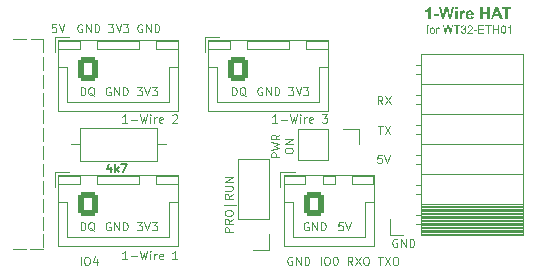
<source format=gbr>
G04 #@! TF.GenerationSoftware,KiCad,Pcbnew,9.0.0*
G04 #@! TF.CreationDate,2025-04-11T23:40:49+02:00*
G04 #@! TF.ProjectId,1-Wire HAT for WT32-ETH01,312d5769-7265-4204-9841-5420666f7220,rev?*
G04 #@! TF.SameCoordinates,Original*
G04 #@! TF.FileFunction,Legend,Top*
G04 #@! TF.FilePolarity,Positive*
%FSLAX46Y46*%
G04 Gerber Fmt 4.6, Leading zero omitted, Abs format (unit mm)*
G04 Created by KiCad (PCBNEW 9.0.0) date 2025-04-11 23:40:49*
%MOMM*%
%LPD*%
G01*
G04 APERTURE LIST*
G04 Aperture macros list*
%AMRoundRect*
0 Rectangle with rounded corners*
0 $1 Rounding radius*
0 $2 $3 $4 $5 $6 $7 $8 $9 X,Y pos of 4 corners*
0 Add a 4 corners polygon primitive as box body*
4,1,4,$2,$3,$4,$5,$6,$7,$8,$9,$2,$3,0*
0 Add four circle primitives for the rounded corners*
1,1,$1+$1,$2,$3*
1,1,$1+$1,$4,$5*
1,1,$1+$1,$6,$7*
1,1,$1+$1,$8,$9*
0 Add four rect primitives between the rounded corners*
20,1,$1+$1,$2,$3,$4,$5,0*
20,1,$1+$1,$4,$5,$6,$7,0*
20,1,$1+$1,$6,$7,$8,$9,0*
20,1,$1+$1,$8,$9,$2,$3,0*%
G04 Aperture macros list end*
%ADD10C,0.100000*%
%ADD11C,0.200000*%
%ADD12C,0.150000*%
%ADD13C,0.120000*%
%ADD14C,1.600000*%
%ADD15O,1.600000X1.600000*%
%ADD16RoundRect,0.250000X-0.600000X-0.750000X0.600000X-0.750000X0.600000X0.750000X-0.600000X0.750000X0*%
%ADD17O,1.700000X2.000000*%
%ADD18RoundRect,0.250000X-0.600000X-0.725000X0.600000X-0.725000X0.600000X0.725000X-0.600000X0.725000X0*%
%ADD19O,1.700000X1.950000*%
%ADD20R,1.700000X1.700000*%
%ADD21O,1.700000X1.700000*%
G04 APERTURE END LIST*
D10*
X102640000Y-121590000D02*
X101540000Y-121590000D01*
X101140000Y-121590000D02*
X100100000Y-121590000D01*
X102640000Y-103810000D02*
X102640000Y-104910000D01*
X102640000Y-105310000D02*
X102640000Y-106410000D01*
X102640000Y-106810000D02*
X102640000Y-107910000D01*
X102640000Y-108310000D02*
X102640000Y-109410000D01*
X102640000Y-109810000D02*
X102640000Y-110910000D01*
X102640000Y-111310000D02*
X102640000Y-112410000D01*
X102640000Y-112810000D02*
X102640000Y-113910000D01*
X102640000Y-114310000D02*
X102640000Y-115410000D01*
X102640000Y-115810000D02*
X102640000Y-116910000D01*
X102640000Y-117310000D02*
X102640000Y-118410000D01*
X102640000Y-118810000D02*
X102640000Y-119910000D01*
X102640000Y-120310000D02*
X102640000Y-121410000D01*
X100100000Y-103810000D02*
X101200000Y-103810000D01*
X101600000Y-103810000D02*
X102640000Y-103810000D01*
X105793455Y-108545133D02*
X105793455Y-107845133D01*
X105793455Y-107845133D02*
X105960122Y-107845133D01*
X105960122Y-107845133D02*
X106060122Y-107878466D01*
X106060122Y-107878466D02*
X106126789Y-107945133D01*
X106126789Y-107945133D02*
X106160122Y-108011800D01*
X106160122Y-108011800D02*
X106193455Y-108145133D01*
X106193455Y-108145133D02*
X106193455Y-108245133D01*
X106193455Y-108245133D02*
X106160122Y-108378466D01*
X106160122Y-108378466D02*
X106126789Y-108445133D01*
X106126789Y-108445133D02*
X106060122Y-108511800D01*
X106060122Y-108511800D02*
X105960122Y-108545133D01*
X105960122Y-108545133D02*
X105793455Y-108545133D01*
X106960122Y-108611800D02*
X106893455Y-108578466D01*
X106893455Y-108578466D02*
X106826789Y-108511800D01*
X106826789Y-108511800D02*
X106726789Y-108411800D01*
X106726789Y-108411800D02*
X106660122Y-108378466D01*
X106660122Y-108378466D02*
X106593455Y-108378466D01*
X106626789Y-108545133D02*
X106560122Y-108511800D01*
X106560122Y-108511800D02*
X106493455Y-108445133D01*
X106493455Y-108445133D02*
X106460122Y-108311800D01*
X106460122Y-108311800D02*
X106460122Y-108078466D01*
X106460122Y-108078466D02*
X106493455Y-107945133D01*
X106493455Y-107945133D02*
X106560122Y-107878466D01*
X106560122Y-107878466D02*
X106626789Y-107845133D01*
X106626789Y-107845133D02*
X106760122Y-107845133D01*
X106760122Y-107845133D02*
X106826789Y-107878466D01*
X106826789Y-107878466D02*
X106893455Y-107945133D01*
X106893455Y-107945133D02*
X106926789Y-108078466D01*
X106926789Y-108078466D02*
X106926789Y-108311800D01*
X106926789Y-108311800D02*
X106893455Y-108445133D01*
X106893455Y-108445133D02*
X106826789Y-108511800D01*
X106826789Y-108511800D02*
X106760122Y-108545133D01*
X106760122Y-108545133D02*
X106626789Y-108545133D01*
X108319122Y-107878466D02*
X108252455Y-107845133D01*
X108252455Y-107845133D02*
X108152455Y-107845133D01*
X108152455Y-107845133D02*
X108052455Y-107878466D01*
X108052455Y-107878466D02*
X107985789Y-107945133D01*
X107985789Y-107945133D02*
X107952455Y-108011800D01*
X107952455Y-108011800D02*
X107919122Y-108145133D01*
X107919122Y-108145133D02*
X107919122Y-108245133D01*
X107919122Y-108245133D02*
X107952455Y-108378466D01*
X107952455Y-108378466D02*
X107985789Y-108445133D01*
X107985789Y-108445133D02*
X108052455Y-108511800D01*
X108052455Y-108511800D02*
X108152455Y-108545133D01*
X108152455Y-108545133D02*
X108219122Y-108545133D01*
X108219122Y-108545133D02*
X108319122Y-108511800D01*
X108319122Y-108511800D02*
X108352455Y-108478466D01*
X108352455Y-108478466D02*
X108352455Y-108245133D01*
X108352455Y-108245133D02*
X108219122Y-108245133D01*
X108652455Y-108545133D02*
X108652455Y-107845133D01*
X108652455Y-107845133D02*
X109052455Y-108545133D01*
X109052455Y-108545133D02*
X109052455Y-107845133D01*
X109385788Y-108545133D02*
X109385788Y-107845133D01*
X109385788Y-107845133D02*
X109552455Y-107845133D01*
X109552455Y-107845133D02*
X109652455Y-107878466D01*
X109652455Y-107878466D02*
X109719122Y-107945133D01*
X109719122Y-107945133D02*
X109752455Y-108011800D01*
X109752455Y-108011800D02*
X109785788Y-108145133D01*
X109785788Y-108145133D02*
X109785788Y-108245133D01*
X109785788Y-108245133D02*
X109752455Y-108378466D01*
X109752455Y-108378466D02*
X109719122Y-108445133D01*
X109719122Y-108445133D02*
X109652455Y-108511800D01*
X109652455Y-108511800D02*
X109552455Y-108545133D01*
X109552455Y-108545133D02*
X109385788Y-108545133D01*
X123686122Y-122229466D02*
X123619455Y-122196133D01*
X123619455Y-122196133D02*
X123519455Y-122196133D01*
X123519455Y-122196133D02*
X123419455Y-122229466D01*
X123419455Y-122229466D02*
X123352789Y-122296133D01*
X123352789Y-122296133D02*
X123319455Y-122362800D01*
X123319455Y-122362800D02*
X123286122Y-122496133D01*
X123286122Y-122496133D02*
X123286122Y-122596133D01*
X123286122Y-122596133D02*
X123319455Y-122729466D01*
X123319455Y-122729466D02*
X123352789Y-122796133D01*
X123352789Y-122796133D02*
X123419455Y-122862800D01*
X123419455Y-122862800D02*
X123519455Y-122896133D01*
X123519455Y-122896133D02*
X123586122Y-122896133D01*
X123586122Y-122896133D02*
X123686122Y-122862800D01*
X123686122Y-122862800D02*
X123719455Y-122829466D01*
X123719455Y-122829466D02*
X123719455Y-122596133D01*
X123719455Y-122596133D02*
X123586122Y-122596133D01*
X124019455Y-122896133D02*
X124019455Y-122196133D01*
X124019455Y-122196133D02*
X124419455Y-122896133D01*
X124419455Y-122896133D02*
X124419455Y-122196133D01*
X124752788Y-122896133D02*
X124752788Y-122196133D01*
X124752788Y-122196133D02*
X124919455Y-122196133D01*
X124919455Y-122196133D02*
X125019455Y-122229466D01*
X125019455Y-122229466D02*
X125086122Y-122296133D01*
X125086122Y-122296133D02*
X125119455Y-122362800D01*
X125119455Y-122362800D02*
X125152788Y-122496133D01*
X125152788Y-122496133D02*
X125152788Y-122596133D01*
X125152788Y-122596133D02*
X125119455Y-122729466D01*
X125119455Y-122729466D02*
X125086122Y-122796133D01*
X125086122Y-122796133D02*
X125019455Y-122862800D01*
X125019455Y-122862800D02*
X124919455Y-122896133D01*
X124919455Y-122896133D02*
X124752788Y-122896133D01*
X105906122Y-102544466D02*
X105839455Y-102511133D01*
X105839455Y-102511133D02*
X105739455Y-102511133D01*
X105739455Y-102511133D02*
X105639455Y-102544466D01*
X105639455Y-102544466D02*
X105572789Y-102611133D01*
X105572789Y-102611133D02*
X105539455Y-102677800D01*
X105539455Y-102677800D02*
X105506122Y-102811133D01*
X105506122Y-102811133D02*
X105506122Y-102911133D01*
X105506122Y-102911133D02*
X105539455Y-103044466D01*
X105539455Y-103044466D02*
X105572789Y-103111133D01*
X105572789Y-103111133D02*
X105639455Y-103177800D01*
X105639455Y-103177800D02*
X105739455Y-103211133D01*
X105739455Y-103211133D02*
X105806122Y-103211133D01*
X105806122Y-103211133D02*
X105906122Y-103177800D01*
X105906122Y-103177800D02*
X105939455Y-103144466D01*
X105939455Y-103144466D02*
X105939455Y-102911133D01*
X105939455Y-102911133D02*
X105806122Y-102911133D01*
X106239455Y-103211133D02*
X106239455Y-102511133D01*
X106239455Y-102511133D02*
X106639455Y-103211133D01*
X106639455Y-103211133D02*
X106639455Y-102511133D01*
X106972788Y-103211133D02*
X106972788Y-102511133D01*
X106972788Y-102511133D02*
X107139455Y-102511133D01*
X107139455Y-102511133D02*
X107239455Y-102544466D01*
X107239455Y-102544466D02*
X107306122Y-102611133D01*
X107306122Y-102611133D02*
X107339455Y-102677800D01*
X107339455Y-102677800D02*
X107372788Y-102811133D01*
X107372788Y-102811133D02*
X107372788Y-102911133D01*
X107372788Y-102911133D02*
X107339455Y-103044466D01*
X107339455Y-103044466D02*
X107306122Y-103111133D01*
X107306122Y-103111133D02*
X107239455Y-103177800D01*
X107239455Y-103177800D02*
X107139455Y-103211133D01*
X107139455Y-103211133D02*
X106972788Y-103211133D01*
X131339455Y-109307133D02*
X131106122Y-108973800D01*
X130939455Y-109307133D02*
X130939455Y-108607133D01*
X130939455Y-108607133D02*
X131206122Y-108607133D01*
X131206122Y-108607133D02*
X131272789Y-108640466D01*
X131272789Y-108640466D02*
X131306122Y-108673800D01*
X131306122Y-108673800D02*
X131339455Y-108740466D01*
X131339455Y-108740466D02*
X131339455Y-108840466D01*
X131339455Y-108840466D02*
X131306122Y-108907133D01*
X131306122Y-108907133D02*
X131272789Y-108940466D01*
X131272789Y-108940466D02*
X131206122Y-108973800D01*
X131206122Y-108973800D02*
X130939455Y-108973800D01*
X131572789Y-108607133D02*
X132039455Y-109307133D01*
X132039455Y-108607133D02*
X131572789Y-109307133D01*
D11*
G36*
X135420070Y-102087000D02*
G01*
X135228095Y-102087000D01*
X135228095Y-101365628D01*
X135154150Y-101425851D01*
X135071827Y-101474728D01*
X134980128Y-101512540D01*
X134980128Y-101336685D01*
X135028534Y-101316883D01*
X135082652Y-101286411D01*
X135143404Y-101243263D01*
X135197193Y-101193516D01*
X135236976Y-101140185D01*
X135264304Y-101082673D01*
X135420070Y-101082673D01*
X135420070Y-102087000D01*
G37*
G36*
X135725740Y-101821263D02*
G01*
X135725740Y-101629777D01*
X136102790Y-101629777D01*
X136102790Y-101821263D01*
X135725740Y-101821263D01*
G37*
G36*
X136357047Y-102087000D02*
G01*
X136117933Y-101082673D01*
X136324929Y-101082673D01*
X136475932Y-101772537D01*
X136658992Y-101082673D01*
X136899449Y-101082673D01*
X137074998Y-101784199D01*
X137228688Y-101082673D01*
X137432265Y-101082673D01*
X137189060Y-102087000D01*
X136974554Y-102087000D01*
X136775129Y-101336136D01*
X136576316Y-102087000D01*
X136357047Y-102087000D01*
G37*
G36*
X137521780Y-101258528D02*
G01*
X137521780Y-101082673D01*
X137713693Y-101082673D01*
X137713693Y-101258528D01*
X137521780Y-101258528D01*
G37*
G36*
X137521780Y-102087000D02*
G01*
X137521780Y-101360133D01*
X137713693Y-101360133D01*
X137713693Y-102087000D01*
X137521780Y-102087000D01*
G37*
G36*
X138094346Y-102087000D02*
G01*
X137902371Y-102087000D01*
X137902371Y-101360133D01*
X138080668Y-101360133D01*
X138080668Y-101463264D01*
X138127771Y-101398009D01*
X138162978Y-101365384D01*
X138201758Y-101346867D01*
X138245960Y-101340593D01*
X138288728Y-101344531D01*
X138330653Y-101356417D01*
X138372355Y-101376741D01*
X138312943Y-101543926D01*
X138264254Y-101519738D01*
X138222757Y-101512540D01*
X138185023Y-101518309D01*
X138154430Y-101534950D01*
X138131007Y-101563543D01*
X138110405Y-101615855D01*
X138099539Y-101690211D01*
X138094346Y-101861075D01*
X138094346Y-102087000D01*
G37*
G36*
X138810718Y-101347825D02*
G01*
X138878351Y-101368426D01*
X138936548Y-101401712D01*
X138986870Y-101448304D01*
X139017948Y-101491714D01*
X139043091Y-101544549D01*
X139061882Y-101608504D01*
X139073422Y-101685633D01*
X139076385Y-101778277D01*
X138595471Y-101778277D01*
X138602132Y-101833333D01*
X138617902Y-101876639D01*
X138641938Y-101910717D01*
X138674053Y-101937063D01*
X138710455Y-101952677D01*
X138752580Y-101958039D01*
X138794801Y-101951800D01*
X138828418Y-101933981D01*
X138854335Y-101904351D01*
X138874885Y-101856434D01*
X139066127Y-101887697D01*
X139035797Y-101955081D01*
X138997006Y-102008703D01*
X138949623Y-102050607D01*
X138894080Y-102080893D01*
X138828486Y-102099836D01*
X138750504Y-102106539D01*
X138674619Y-102100911D01*
X138610445Y-102085039D01*
X138555982Y-102059886D01*
X138509666Y-102025633D01*
X138470480Y-101981670D01*
X138440028Y-101930307D01*
X138417663Y-101871917D01*
X138403649Y-101805313D01*
X138398734Y-101729062D01*
X138403685Y-101661040D01*
X138598891Y-101661040D01*
X138885815Y-101661040D01*
X138879444Y-101606331D01*
X138864735Y-101564595D01*
X138842767Y-101532935D01*
X138813167Y-101508385D01*
X138780332Y-101493990D01*
X138743055Y-101489093D01*
X138703202Y-101494336D01*
X138669061Y-101509587D01*
X138639191Y-101535377D01*
X138617203Y-101568423D01*
X138603509Y-101609563D01*
X138598891Y-101661040D01*
X138403685Y-101661040D01*
X138405358Y-101638047D01*
X138423960Y-101561766D01*
X138453284Y-101497678D01*
X138493011Y-101443786D01*
X138543530Y-101398447D01*
X138599272Y-101366597D01*
X138661350Y-101347261D01*
X138731392Y-101340593D01*
X138810718Y-101347825D01*
G37*
G36*
X139623306Y-102087000D02*
G01*
X139623306Y-101082673D01*
X139825539Y-101082673D01*
X139825539Y-101477369D01*
X140221701Y-101477369D01*
X140221701Y-101082673D01*
X140423934Y-101082673D01*
X140423934Y-102087000D01*
X140221701Y-102087000D01*
X140221701Y-101645408D01*
X139825539Y-101645408D01*
X139825539Y-102087000D01*
X139623306Y-102087000D01*
G37*
G36*
X141535911Y-102087000D02*
G01*
X141315909Y-102087000D01*
X141228470Y-101860342D01*
X140828217Y-101860342D01*
X140745541Y-102087000D01*
X140531035Y-102087000D01*
X140684326Y-101692303D01*
X140890377Y-101692303D01*
X141163624Y-101692303D01*
X141025626Y-101317146D01*
X140890377Y-101692303D01*
X140684326Y-101692303D01*
X140921091Y-101082673D01*
X141134925Y-101082673D01*
X141535911Y-102087000D01*
G37*
G36*
X141764889Y-102087000D02*
G01*
X141764889Y-101250712D01*
X141467706Y-101250712D01*
X141467706Y-101082673D01*
X142263571Y-101082673D01*
X142263571Y-101250712D01*
X141967061Y-101250712D01*
X141967061Y-102087000D01*
X141764889Y-102087000D01*
G37*
D10*
X110552789Y-107845133D02*
X110986122Y-107845133D01*
X110986122Y-107845133D02*
X110752789Y-108111800D01*
X110752789Y-108111800D02*
X110852789Y-108111800D01*
X110852789Y-108111800D02*
X110919455Y-108145133D01*
X110919455Y-108145133D02*
X110952789Y-108178466D01*
X110952789Y-108178466D02*
X110986122Y-108245133D01*
X110986122Y-108245133D02*
X110986122Y-108411800D01*
X110986122Y-108411800D02*
X110952789Y-108478466D01*
X110952789Y-108478466D02*
X110919455Y-108511800D01*
X110919455Y-108511800D02*
X110852789Y-108545133D01*
X110852789Y-108545133D02*
X110652789Y-108545133D01*
X110652789Y-108545133D02*
X110586122Y-108511800D01*
X110586122Y-108511800D02*
X110552789Y-108478466D01*
X111186122Y-107845133D02*
X111419456Y-108545133D01*
X111419456Y-108545133D02*
X111652789Y-107845133D01*
X111819456Y-107845133D02*
X112252789Y-107845133D01*
X112252789Y-107845133D02*
X112019456Y-108111800D01*
X112019456Y-108111800D02*
X112119456Y-108111800D01*
X112119456Y-108111800D02*
X112186122Y-108145133D01*
X112186122Y-108145133D02*
X112219456Y-108178466D01*
X112219456Y-108178466D02*
X112252789Y-108245133D01*
X112252789Y-108245133D02*
X112252789Y-108411800D01*
X112252789Y-108411800D02*
X112219456Y-108478466D01*
X112219456Y-108478466D02*
X112186122Y-108511800D01*
X112186122Y-108511800D02*
X112119456Y-108545133D01*
X112119456Y-108545133D02*
X111919456Y-108545133D01*
X111919456Y-108545133D02*
X111852789Y-108511800D01*
X111852789Y-108511800D02*
X111819456Y-108478466D01*
X131272789Y-113560133D02*
X130939455Y-113560133D01*
X130939455Y-113560133D02*
X130906122Y-113893466D01*
X130906122Y-113893466D02*
X130939455Y-113860133D01*
X130939455Y-113860133D02*
X131006122Y-113826800D01*
X131006122Y-113826800D02*
X131172789Y-113826800D01*
X131172789Y-113826800D02*
X131239455Y-113860133D01*
X131239455Y-113860133D02*
X131272789Y-113893466D01*
X131272789Y-113893466D02*
X131306122Y-113960133D01*
X131306122Y-113960133D02*
X131306122Y-114126800D01*
X131306122Y-114126800D02*
X131272789Y-114193466D01*
X131272789Y-114193466D02*
X131239455Y-114226800D01*
X131239455Y-114226800D02*
X131172789Y-114260133D01*
X131172789Y-114260133D02*
X131006122Y-114260133D01*
X131006122Y-114260133D02*
X130939455Y-114226800D01*
X130939455Y-114226800D02*
X130906122Y-114193466D01*
X131506122Y-113560133D02*
X131739456Y-114260133D01*
X131739456Y-114260133D02*
X131972789Y-113560133D01*
X110552789Y-119275133D02*
X110986122Y-119275133D01*
X110986122Y-119275133D02*
X110752789Y-119541800D01*
X110752789Y-119541800D02*
X110852789Y-119541800D01*
X110852789Y-119541800D02*
X110919455Y-119575133D01*
X110919455Y-119575133D02*
X110952789Y-119608466D01*
X110952789Y-119608466D02*
X110986122Y-119675133D01*
X110986122Y-119675133D02*
X110986122Y-119841800D01*
X110986122Y-119841800D02*
X110952789Y-119908466D01*
X110952789Y-119908466D02*
X110919455Y-119941800D01*
X110919455Y-119941800D02*
X110852789Y-119975133D01*
X110852789Y-119975133D02*
X110652789Y-119975133D01*
X110652789Y-119975133D02*
X110586122Y-119941800D01*
X110586122Y-119941800D02*
X110552789Y-119908466D01*
X111186122Y-119275133D02*
X111419456Y-119975133D01*
X111419456Y-119975133D02*
X111652789Y-119275133D01*
X111819456Y-119275133D02*
X112252789Y-119275133D01*
X112252789Y-119275133D02*
X112019456Y-119541800D01*
X112019456Y-119541800D02*
X112119456Y-119541800D01*
X112119456Y-119541800D02*
X112186122Y-119575133D01*
X112186122Y-119575133D02*
X112219456Y-119608466D01*
X112219456Y-119608466D02*
X112252789Y-119675133D01*
X112252789Y-119675133D02*
X112252789Y-119841800D01*
X112252789Y-119841800D02*
X112219456Y-119908466D01*
X112219456Y-119908466D02*
X112186122Y-119941800D01*
X112186122Y-119941800D02*
X112119456Y-119975133D01*
X112119456Y-119975133D02*
X111919456Y-119975133D01*
X111919456Y-119975133D02*
X111852789Y-119941800D01*
X111852789Y-119941800D02*
X111819456Y-119908466D01*
X105793455Y-122896133D02*
X105793455Y-122196133D01*
X106260122Y-122196133D02*
X106393455Y-122196133D01*
X106393455Y-122196133D02*
X106460122Y-122229466D01*
X106460122Y-122229466D02*
X106526788Y-122296133D01*
X106526788Y-122296133D02*
X106560122Y-122429466D01*
X106560122Y-122429466D02*
X106560122Y-122662800D01*
X106560122Y-122662800D02*
X106526788Y-122796133D01*
X106526788Y-122796133D02*
X106460122Y-122862800D01*
X106460122Y-122862800D02*
X106393455Y-122896133D01*
X106393455Y-122896133D02*
X106260122Y-122896133D01*
X106260122Y-122896133D02*
X106193455Y-122862800D01*
X106193455Y-122862800D02*
X106126788Y-122796133D01*
X106126788Y-122796133D02*
X106093455Y-122662800D01*
X106093455Y-122662800D02*
X106093455Y-122429466D01*
X106093455Y-122429466D02*
X106126788Y-122296133D01*
X106126788Y-122296133D02*
X106193455Y-122229466D01*
X106193455Y-122229466D02*
X106260122Y-122196133D01*
X107160121Y-122429466D02*
X107160121Y-122896133D01*
X106993455Y-122162800D02*
X106826788Y-122662800D01*
X106826788Y-122662800D02*
X107260121Y-122662800D01*
X108319122Y-119308466D02*
X108252455Y-119275133D01*
X108252455Y-119275133D02*
X108152455Y-119275133D01*
X108152455Y-119275133D02*
X108052455Y-119308466D01*
X108052455Y-119308466D02*
X107985789Y-119375133D01*
X107985789Y-119375133D02*
X107952455Y-119441800D01*
X107952455Y-119441800D02*
X107919122Y-119575133D01*
X107919122Y-119575133D02*
X107919122Y-119675133D01*
X107919122Y-119675133D02*
X107952455Y-119808466D01*
X107952455Y-119808466D02*
X107985789Y-119875133D01*
X107985789Y-119875133D02*
X108052455Y-119941800D01*
X108052455Y-119941800D02*
X108152455Y-119975133D01*
X108152455Y-119975133D02*
X108219122Y-119975133D01*
X108219122Y-119975133D02*
X108319122Y-119941800D01*
X108319122Y-119941800D02*
X108352455Y-119908466D01*
X108352455Y-119908466D02*
X108352455Y-119675133D01*
X108352455Y-119675133D02*
X108219122Y-119675133D01*
X108652455Y-119975133D02*
X108652455Y-119275133D01*
X108652455Y-119275133D02*
X109052455Y-119975133D01*
X109052455Y-119975133D02*
X109052455Y-119275133D01*
X109385788Y-119975133D02*
X109385788Y-119275133D01*
X109385788Y-119275133D02*
X109552455Y-119275133D01*
X109552455Y-119275133D02*
X109652455Y-119308466D01*
X109652455Y-119308466D02*
X109719122Y-119375133D01*
X109719122Y-119375133D02*
X109752455Y-119441800D01*
X109752455Y-119441800D02*
X109785788Y-119575133D01*
X109785788Y-119575133D02*
X109785788Y-119675133D01*
X109785788Y-119675133D02*
X109752455Y-119808466D01*
X109752455Y-119808466D02*
X109719122Y-119875133D01*
X109719122Y-119875133D02*
X109652455Y-119941800D01*
X109652455Y-119941800D02*
X109552455Y-119975133D01*
X109552455Y-119975133D02*
X109385788Y-119975133D01*
X126113455Y-122896133D02*
X126113455Y-122196133D01*
X126580122Y-122196133D02*
X126713455Y-122196133D01*
X126713455Y-122196133D02*
X126780122Y-122229466D01*
X126780122Y-122229466D02*
X126846788Y-122296133D01*
X126846788Y-122296133D02*
X126880122Y-122429466D01*
X126880122Y-122429466D02*
X126880122Y-122662800D01*
X126880122Y-122662800D02*
X126846788Y-122796133D01*
X126846788Y-122796133D02*
X126780122Y-122862800D01*
X126780122Y-122862800D02*
X126713455Y-122896133D01*
X126713455Y-122896133D02*
X126580122Y-122896133D01*
X126580122Y-122896133D02*
X126513455Y-122862800D01*
X126513455Y-122862800D02*
X126446788Y-122796133D01*
X126446788Y-122796133D02*
X126413455Y-122662800D01*
X126413455Y-122662800D02*
X126413455Y-122429466D01*
X126413455Y-122429466D02*
X126446788Y-122296133D01*
X126446788Y-122296133D02*
X126513455Y-122229466D01*
X126513455Y-122229466D02*
X126580122Y-122196133D01*
X127313455Y-122196133D02*
X127380121Y-122196133D01*
X127380121Y-122196133D02*
X127446788Y-122229466D01*
X127446788Y-122229466D02*
X127480121Y-122262800D01*
X127480121Y-122262800D02*
X127513455Y-122329466D01*
X127513455Y-122329466D02*
X127546788Y-122462800D01*
X127546788Y-122462800D02*
X127546788Y-122629466D01*
X127546788Y-122629466D02*
X127513455Y-122762800D01*
X127513455Y-122762800D02*
X127480121Y-122829466D01*
X127480121Y-122829466D02*
X127446788Y-122862800D01*
X127446788Y-122862800D02*
X127380121Y-122896133D01*
X127380121Y-122896133D02*
X127313455Y-122896133D01*
X127313455Y-122896133D02*
X127246788Y-122862800D01*
X127246788Y-122862800D02*
X127213455Y-122829466D01*
X127213455Y-122829466D02*
X127180121Y-122762800D01*
X127180121Y-122762800D02*
X127146788Y-122629466D01*
X127146788Y-122629466D02*
X127146788Y-122462800D01*
X127146788Y-122462800D02*
X127180121Y-122329466D01*
X127180121Y-122329466D02*
X127213455Y-122262800D01*
X127213455Y-122262800D02*
X127246788Y-122229466D01*
X127246788Y-122229466D02*
X127313455Y-122196133D01*
X108139789Y-102511133D02*
X108573122Y-102511133D01*
X108573122Y-102511133D02*
X108339789Y-102777800D01*
X108339789Y-102777800D02*
X108439789Y-102777800D01*
X108439789Y-102777800D02*
X108506455Y-102811133D01*
X108506455Y-102811133D02*
X108539789Y-102844466D01*
X108539789Y-102844466D02*
X108573122Y-102911133D01*
X108573122Y-102911133D02*
X108573122Y-103077800D01*
X108573122Y-103077800D02*
X108539789Y-103144466D01*
X108539789Y-103144466D02*
X108506455Y-103177800D01*
X108506455Y-103177800D02*
X108439789Y-103211133D01*
X108439789Y-103211133D02*
X108239789Y-103211133D01*
X108239789Y-103211133D02*
X108173122Y-103177800D01*
X108173122Y-103177800D02*
X108139789Y-103144466D01*
X108773122Y-102511133D02*
X109006456Y-103211133D01*
X109006456Y-103211133D02*
X109239789Y-102511133D01*
X109406456Y-102511133D02*
X109839789Y-102511133D01*
X109839789Y-102511133D02*
X109606456Y-102777800D01*
X109606456Y-102777800D02*
X109706456Y-102777800D01*
X109706456Y-102777800D02*
X109773122Y-102811133D01*
X109773122Y-102811133D02*
X109806456Y-102844466D01*
X109806456Y-102844466D02*
X109839789Y-102911133D01*
X109839789Y-102911133D02*
X109839789Y-103077800D01*
X109839789Y-103077800D02*
X109806456Y-103144466D01*
X109806456Y-103144466D02*
X109773122Y-103177800D01*
X109773122Y-103177800D02*
X109706456Y-103211133D01*
X109706456Y-103211133D02*
X109506456Y-103211133D01*
X109506456Y-103211133D02*
X109439789Y-103177800D01*
X109439789Y-103177800D02*
X109406456Y-103144466D01*
X125083122Y-119308466D02*
X125016455Y-119275133D01*
X125016455Y-119275133D02*
X124916455Y-119275133D01*
X124916455Y-119275133D02*
X124816455Y-119308466D01*
X124816455Y-119308466D02*
X124749789Y-119375133D01*
X124749789Y-119375133D02*
X124716455Y-119441800D01*
X124716455Y-119441800D02*
X124683122Y-119575133D01*
X124683122Y-119575133D02*
X124683122Y-119675133D01*
X124683122Y-119675133D02*
X124716455Y-119808466D01*
X124716455Y-119808466D02*
X124749789Y-119875133D01*
X124749789Y-119875133D02*
X124816455Y-119941800D01*
X124816455Y-119941800D02*
X124916455Y-119975133D01*
X124916455Y-119975133D02*
X124983122Y-119975133D01*
X124983122Y-119975133D02*
X125083122Y-119941800D01*
X125083122Y-119941800D02*
X125116455Y-119908466D01*
X125116455Y-119908466D02*
X125116455Y-119675133D01*
X125116455Y-119675133D02*
X124983122Y-119675133D01*
X125416455Y-119975133D02*
X125416455Y-119275133D01*
X125416455Y-119275133D02*
X125816455Y-119975133D01*
X125816455Y-119975133D02*
X125816455Y-119275133D01*
X126149788Y-119975133D02*
X126149788Y-119275133D01*
X126149788Y-119275133D02*
X126316455Y-119275133D01*
X126316455Y-119275133D02*
X126416455Y-119308466D01*
X126416455Y-119308466D02*
X126483122Y-119375133D01*
X126483122Y-119375133D02*
X126516455Y-119441800D01*
X126516455Y-119441800D02*
X126549788Y-119575133D01*
X126549788Y-119575133D02*
X126549788Y-119675133D01*
X126549788Y-119675133D02*
X126516455Y-119808466D01*
X126516455Y-119808466D02*
X126483122Y-119875133D01*
X126483122Y-119875133D02*
X126416455Y-119941800D01*
X126416455Y-119941800D02*
X126316455Y-119975133D01*
X126316455Y-119975133D02*
X126149788Y-119975133D01*
G36*
X135110100Y-103310000D02*
G01*
X135110100Y-102868213D01*
X135034104Y-102868213D01*
X135034104Y-102801193D01*
X135110100Y-102801193D01*
X135110100Y-102747166D01*
X135112787Y-102699310D01*
X135119204Y-102671127D01*
X135129533Y-102650293D01*
X135143968Y-102632306D01*
X135162930Y-102616844D01*
X135184831Y-102605917D01*
X135213501Y-102598699D01*
X135250723Y-102596029D01*
X135287860Y-102598060D01*
X135331036Y-102604620D01*
X135318128Y-102679462D01*
X135267435Y-102674675D01*
X135241796Y-102676929D01*
X135224002Y-102682798D01*
X135211955Y-102691473D01*
X135203797Y-102703877D01*
X135198010Y-102723763D01*
X135195713Y-102754219D01*
X135195713Y-102801193D01*
X135294705Y-102801193D01*
X135294705Y-102868213D01*
X135195713Y-102868213D01*
X135195713Y-103310000D01*
X135110100Y-103310000D01*
G37*
G36*
X135619123Y-102794781D02*
G01*
X135664004Y-102807813D01*
X135703680Y-102829036D01*
X135739013Y-102858852D01*
X135767178Y-102894943D01*
X135787822Y-102937636D01*
X135800850Y-102988229D01*
X135805478Y-103048415D01*
X135801674Y-103113503D01*
X135791420Y-103163957D01*
X135776071Y-103202630D01*
X135753464Y-103237315D01*
X135725115Y-103266227D01*
X135690457Y-103289868D01*
X135652006Y-103307084D01*
X135611331Y-103317433D01*
X135567829Y-103320942D01*
X135515478Y-103316384D01*
X135470100Y-103303330D01*
X135430401Y-103282177D01*
X135395449Y-103252596D01*
X135367933Y-103216718D01*
X135347487Y-103173069D01*
X135334407Y-103120045D01*
X135329711Y-103055596D01*
X135329727Y-103055340D01*
X135418145Y-103055340D01*
X135421305Y-103104656D01*
X135429979Y-103144216D01*
X135443263Y-103175793D01*
X135460717Y-103200835D01*
X135483638Y-103222163D01*
X135508763Y-103237052D01*
X135536582Y-103246043D01*
X135567829Y-103249134D01*
X135598812Y-103246039D01*
X135626471Y-103237020D01*
X135651531Y-103222058D01*
X135674472Y-103200579D01*
X135691852Y-103175457D01*
X135705143Y-103143495D01*
X135713858Y-103103145D01*
X135717043Y-103052519D01*
X135713908Y-103005085D01*
X135705254Y-102966601D01*
X135691900Y-102935471D01*
X135674215Y-102910400D01*
X135651180Y-102888993D01*
X135626122Y-102874096D01*
X135598575Y-102865131D01*
X135567829Y-102862058D01*
X135536569Y-102865138D01*
X135508746Y-102874095D01*
X135483625Y-102888920D01*
X135460717Y-102910143D01*
X135443271Y-102935064D01*
X135429987Y-102966542D01*
X135421309Y-103006037D01*
X135418145Y-103055340D01*
X135329727Y-103055340D01*
X135333371Y-102998071D01*
X135343625Y-102949759D01*
X135359677Y-102909183D01*
X135381157Y-102875122D01*
X135408143Y-102846671D01*
X135442372Y-102822166D01*
X135479931Y-102804667D01*
X135521468Y-102793950D01*
X135567829Y-102790251D01*
X135619123Y-102794781D01*
G37*
G36*
X135905153Y-103310000D02*
G01*
X135905153Y-102801193D01*
X135982602Y-102801193D01*
X135982602Y-102878001D01*
X136013665Y-102830324D01*
X136037356Y-102807348D01*
X136063762Y-102794514D01*
X136092579Y-102790251D01*
X136120910Y-102793138D01*
X136150225Y-102802080D01*
X136181056Y-102817820D01*
X136151435Y-102897150D01*
X136119262Y-102882966D01*
X136088305Y-102878471D01*
X136061525Y-102882725D01*
X136037612Y-102895483D01*
X136018593Y-102915449D01*
X136005555Y-102942713D01*
X135994928Y-102990122D01*
X135991236Y-103043415D01*
X135991236Y-103310000D01*
X135905153Y-103310000D01*
G37*
G36*
X136637930Y-103310000D02*
G01*
X136451915Y-102606971D01*
X136547060Y-102606971D01*
X136653702Y-103068034D01*
X136683323Y-103211991D01*
X136714910Y-103081968D01*
X136848309Y-102606971D01*
X136960209Y-102606971D01*
X137060611Y-102962973D01*
X137093697Y-103093995D01*
X137115150Y-103211991D01*
X137150028Y-103058930D01*
X137260047Y-102606971D01*
X137353269Y-102606971D01*
X137161056Y-103310000D01*
X137071639Y-103310000D01*
X136923878Y-102774137D01*
X136901865Y-102691601D01*
X136881306Y-102774137D01*
X136732605Y-103310000D01*
X136637930Y-103310000D01*
G37*
G36*
X137618486Y-103310000D02*
G01*
X137618486Y-102688353D01*
X137387506Y-102688353D01*
X137387506Y-102606971D01*
X137943158Y-102606971D01*
X137943158Y-102688353D01*
X137711237Y-102688353D01*
X137711237Y-103310000D01*
X137618486Y-103310000D01*
G37*
G36*
X138004066Y-103124497D02*
G01*
X138090150Y-103113042D01*
X138103524Y-103159863D01*
X138120550Y-103193640D01*
X138140586Y-103217248D01*
X138165897Y-103234870D01*
X138194509Y-103245474D01*
X138227396Y-103249134D01*
X138266151Y-103244380D01*
X138299918Y-103230524D01*
X138329935Y-103207204D01*
X138353146Y-103177062D01*
X138367005Y-103142842D01*
X138371780Y-103103254D01*
X138367306Y-103065463D01*
X138354430Y-103033407D01*
X138333055Y-103005758D01*
X138305208Y-102984606D01*
X138272828Y-102971825D01*
X138234576Y-102967376D01*
X138208909Y-102969504D01*
X138173839Y-102976950D01*
X138183371Y-102901424D01*
X138197262Y-102902407D01*
X138233051Y-102899157D01*
X138265816Y-102889620D01*
X138296211Y-102873770D01*
X138315314Y-102857667D01*
X138328846Y-102838103D01*
X138337250Y-102814397D01*
X138340236Y-102785421D01*
X138336558Y-102755237D01*
X138325930Y-102729471D01*
X138308179Y-102707074D01*
X138285181Y-102690063D01*
X138258008Y-102679684D01*
X138225472Y-102676043D01*
X138193230Y-102679666D01*
X138165685Y-102690094D01*
X138141782Y-102707330D01*
X138123012Y-102730235D01*
X138108494Y-102760866D01*
X138098741Y-102801193D01*
X138012700Y-102785891D01*
X138023642Y-102743468D01*
X138039349Y-102707574D01*
X138059579Y-102677257D01*
X138084422Y-102651808D01*
X138113599Y-102631280D01*
X138146075Y-102616509D01*
X138182462Y-102607399D01*
X138223549Y-102604235D01*
X138261213Y-102607042D01*
X138296287Y-102615295D01*
X138329251Y-102628941D01*
X138359390Y-102647734D01*
X138383797Y-102670103D01*
X138403110Y-102696260D01*
X138417434Y-102725544D01*
X138425888Y-102755582D01*
X138428713Y-102786831D01*
X138425967Y-102816453D01*
X138417864Y-102843920D01*
X138404307Y-102869752D01*
X138385990Y-102892419D01*
X138362212Y-102912201D01*
X138332115Y-102929164D01*
X138371313Y-102942536D01*
X138403091Y-102962325D01*
X138428670Y-102988661D01*
X138447406Y-103020357D01*
X138459027Y-103057563D01*
X138463121Y-103101630D01*
X138458864Y-103146117D01*
X138446422Y-103186295D01*
X138425767Y-103223097D01*
X138396186Y-103257170D01*
X138360899Y-103284822D01*
X138321507Y-103304579D01*
X138277210Y-103316725D01*
X138226926Y-103320942D01*
X138181405Y-103317305D01*
X138141271Y-103306841D01*
X138105589Y-103289869D01*
X138073651Y-103266231D01*
X138046540Y-103236980D01*
X138026072Y-103204036D01*
X138011883Y-103166820D01*
X138004066Y-103124497D01*
G37*
G36*
X139000308Y-103228618D02*
G01*
X139000308Y-103310000D01*
X138536980Y-103310000D01*
X138539006Y-103279525D01*
X138547024Y-103250331D01*
X138569407Y-103204482D01*
X138603658Y-103157281D01*
X138648017Y-103110991D01*
X138716284Y-103051322D01*
X138791922Y-102985888D01*
X138841200Y-102937347D01*
X138870713Y-102902151D01*
X138894105Y-102863967D01*
X138906889Y-102829619D01*
X138910891Y-102798073D01*
X138906762Y-102765368D01*
X138894699Y-102736828D01*
X138874303Y-102711391D01*
X138848036Y-102692061D01*
X138816725Y-102680214D01*
X138778945Y-102676043D01*
X138739043Y-102680503D01*
X138706415Y-102693109D01*
X138679440Y-102713613D01*
X138659252Y-102740784D01*
X138646495Y-102774801D01*
X138641699Y-102817606D01*
X138553222Y-102808459D01*
X138561517Y-102759153D01*
X138575938Y-102718280D01*
X138595968Y-102684418D01*
X138621610Y-102656509D01*
X138652513Y-102634368D01*
X138688647Y-102618110D01*
X138730999Y-102607862D01*
X138780826Y-102604235D01*
X138830949Y-102608119D01*
X138873441Y-102619095D01*
X138909636Y-102636562D01*
X138940554Y-102660484D01*
X138966419Y-102690462D01*
X138984582Y-102723227D01*
X138995585Y-102759389D01*
X138999368Y-102799825D01*
X138995112Y-102841503D01*
X138982143Y-102882959D01*
X138960385Y-102923169D01*
X138924996Y-102969000D01*
X138877488Y-103017275D01*
X138792323Y-103092953D01*
X138722129Y-103153765D01*
X138692819Y-103181729D01*
X138672418Y-103205544D01*
X138656530Y-103228618D01*
X139000308Y-103228618D01*
G37*
G36*
X139082759Y-103099364D02*
G01*
X139082759Y-103011828D01*
X139347206Y-103011828D01*
X139347206Y-103099364D01*
X139082759Y-103099364D01*
G37*
G36*
X139455345Y-103310000D02*
G01*
X139455345Y-102606971D01*
X139962228Y-102606971D01*
X139962228Y-102688353D01*
X139548139Y-102688353D01*
X139548139Y-102905143D01*
X139935942Y-102905143D01*
X139935942Y-102986524D01*
X139548139Y-102986524D01*
X139548139Y-103228618D01*
X139978513Y-103228618D01*
X139978513Y-103310000D01*
X139455345Y-103310000D01*
G37*
G36*
X140284934Y-103310000D02*
G01*
X140284934Y-102688353D01*
X140053954Y-102688353D01*
X140053954Y-102606971D01*
X140609606Y-102606971D01*
X140609606Y-102688353D01*
X140377685Y-102688353D01*
X140377685Y-103310000D01*
X140284934Y-103310000D01*
G37*
G36*
X140707828Y-103310000D02*
G01*
X140707828Y-102606971D01*
X140800580Y-102606971D01*
X140800580Y-102896936D01*
X141164959Y-102896936D01*
X141164959Y-102606971D01*
X141257711Y-102606971D01*
X141257711Y-103310000D01*
X141164959Y-103310000D01*
X141164959Y-102978318D01*
X140800580Y-102978318D01*
X140800580Y-103310000D01*
X140707828Y-103310000D01*
G37*
G36*
X141642810Y-102606907D02*
G01*
X141675565Y-102614584D01*
X141704712Y-102626974D01*
X141731271Y-102644235D01*
X141754630Y-102665962D01*
X141775023Y-102692584D01*
X141799157Y-102738630D01*
X141818535Y-102796961D01*
X141829834Y-102863835D01*
X141834307Y-102962845D01*
X141831036Y-103045425D01*
X141822174Y-103110940D01*
X141808961Y-103162239D01*
X141788434Y-103210584D01*
X141763133Y-103249186D01*
X141733178Y-103279524D01*
X141697538Y-103302096D01*
X141655605Y-103316036D01*
X141605763Y-103320942D01*
X141556437Y-103316116D01*
X141514345Y-103302325D01*
X141478020Y-103279885D01*
X141446504Y-103248151D01*
X141424061Y-103213559D01*
X141405197Y-103169736D01*
X141390457Y-103114828D01*
X141380724Y-103046673D01*
X141377176Y-102962845D01*
X141377186Y-102962588D01*
X141465653Y-102962588D01*
X141469200Y-103054646D01*
X141478323Y-103119543D01*
X141491075Y-103163563D01*
X141506045Y-103192073D01*
X141528501Y-103218048D01*
X141552275Y-103235493D01*
X141577776Y-103245696D01*
X141605763Y-103249134D01*
X141633712Y-103245685D01*
X141659193Y-103235446D01*
X141682966Y-103217926D01*
X141705438Y-103191816D01*
X141720442Y-103163185D01*
X141733207Y-103119122D01*
X141742329Y-103054325D01*
X141745873Y-102962588D01*
X141742316Y-102870240D01*
X141733173Y-102805259D01*
X141720407Y-102761285D01*
X141705438Y-102732890D01*
X141683003Y-102707092D01*
X141659087Y-102689702D01*
X141633271Y-102679494D01*
X141604780Y-102676043D01*
X141576422Y-102679226D01*
X141551689Y-102688461D01*
X141529742Y-102703840D01*
X141510105Y-102726180D01*
X141493266Y-102758156D01*
X141479253Y-102805019D01*
X141469421Y-102871377D01*
X141465653Y-102962588D01*
X141377186Y-102962588D01*
X141380483Y-102879564D01*
X141389427Y-102813757D01*
X141402736Y-102762468D01*
X141423423Y-102714127D01*
X141448811Y-102675617D01*
X141478775Y-102645439D01*
X141514419Y-102622970D01*
X141556221Y-102609108D01*
X141605763Y-102604235D01*
X141642810Y-102606907D01*
G37*
G36*
X142245746Y-103310000D02*
G01*
X142159663Y-103310000D01*
X142159663Y-102760075D01*
X142125408Y-102788574D01*
X142078153Y-102819529D01*
X142028422Y-102846438D01*
X141987539Y-102864110D01*
X141987539Y-102782044D01*
X142034357Y-102757138D01*
X142076302Y-102729435D01*
X142113757Y-102698953D01*
X142148120Y-102664708D01*
X142173111Y-102633270D01*
X142190266Y-102604235D01*
X142245746Y-102604235D01*
X142245746Y-103310000D01*
G37*
X130966455Y-122196133D02*
X131366455Y-122196133D01*
X131166455Y-122896133D02*
X131166455Y-122196133D01*
X131533122Y-122196133D02*
X131999788Y-122896133D01*
X131999788Y-122196133D02*
X131533122Y-122896133D01*
X132399789Y-122196133D02*
X132533122Y-122196133D01*
X132533122Y-122196133D02*
X132599789Y-122229466D01*
X132599789Y-122229466D02*
X132666455Y-122296133D01*
X132666455Y-122296133D02*
X132699789Y-122429466D01*
X132699789Y-122429466D02*
X132699789Y-122662800D01*
X132699789Y-122662800D02*
X132666455Y-122796133D01*
X132666455Y-122796133D02*
X132599789Y-122862800D01*
X132599789Y-122862800D02*
X132533122Y-122896133D01*
X132533122Y-122896133D02*
X132399789Y-122896133D01*
X132399789Y-122896133D02*
X132333122Y-122862800D01*
X132333122Y-122862800D02*
X132266455Y-122796133D01*
X132266455Y-122796133D02*
X132233122Y-122662800D01*
X132233122Y-122662800D02*
X132233122Y-122429466D01*
X132233122Y-122429466D02*
X132266455Y-122296133D01*
X132266455Y-122296133D02*
X132333122Y-122229466D01*
X132333122Y-122229466D02*
X132399789Y-122196133D01*
X128799455Y-122896133D02*
X128566122Y-122562800D01*
X128399455Y-122896133D02*
X128399455Y-122196133D01*
X128399455Y-122196133D02*
X128666122Y-122196133D01*
X128666122Y-122196133D02*
X128732789Y-122229466D01*
X128732789Y-122229466D02*
X128766122Y-122262800D01*
X128766122Y-122262800D02*
X128799455Y-122329466D01*
X128799455Y-122329466D02*
X128799455Y-122429466D01*
X128799455Y-122429466D02*
X128766122Y-122496133D01*
X128766122Y-122496133D02*
X128732789Y-122529466D01*
X128732789Y-122529466D02*
X128666122Y-122562800D01*
X128666122Y-122562800D02*
X128399455Y-122562800D01*
X129032789Y-122196133D02*
X129499455Y-122896133D01*
X129499455Y-122196133D02*
X129032789Y-122896133D01*
X129899456Y-122196133D02*
X130032789Y-122196133D01*
X130032789Y-122196133D02*
X130099456Y-122229466D01*
X130099456Y-122229466D02*
X130166122Y-122296133D01*
X130166122Y-122296133D02*
X130199456Y-122429466D01*
X130199456Y-122429466D02*
X130199456Y-122662800D01*
X130199456Y-122662800D02*
X130166122Y-122796133D01*
X130166122Y-122796133D02*
X130099456Y-122862800D01*
X130099456Y-122862800D02*
X130032789Y-122896133D01*
X130032789Y-122896133D02*
X129899456Y-122896133D01*
X129899456Y-122896133D02*
X129832789Y-122862800D01*
X129832789Y-122862800D02*
X129766122Y-122796133D01*
X129766122Y-122796133D02*
X129732789Y-122662800D01*
X129732789Y-122662800D02*
X129732789Y-122429466D01*
X129732789Y-122429466D02*
X129766122Y-122296133D01*
X129766122Y-122296133D02*
X129832789Y-122229466D01*
X129832789Y-122229466D02*
X129899456Y-122196133D01*
X123379789Y-107845133D02*
X123813122Y-107845133D01*
X123813122Y-107845133D02*
X123579789Y-108111800D01*
X123579789Y-108111800D02*
X123679789Y-108111800D01*
X123679789Y-108111800D02*
X123746455Y-108145133D01*
X123746455Y-108145133D02*
X123779789Y-108178466D01*
X123779789Y-108178466D02*
X123813122Y-108245133D01*
X123813122Y-108245133D02*
X123813122Y-108411800D01*
X123813122Y-108411800D02*
X123779789Y-108478466D01*
X123779789Y-108478466D02*
X123746455Y-108511800D01*
X123746455Y-108511800D02*
X123679789Y-108545133D01*
X123679789Y-108545133D02*
X123479789Y-108545133D01*
X123479789Y-108545133D02*
X123413122Y-108511800D01*
X123413122Y-108511800D02*
X123379789Y-108478466D01*
X124013122Y-107845133D02*
X124246456Y-108545133D01*
X124246456Y-108545133D02*
X124479789Y-107845133D01*
X124646456Y-107845133D02*
X125079789Y-107845133D01*
X125079789Y-107845133D02*
X124846456Y-108111800D01*
X124846456Y-108111800D02*
X124946456Y-108111800D01*
X124946456Y-108111800D02*
X125013122Y-108145133D01*
X125013122Y-108145133D02*
X125046456Y-108178466D01*
X125046456Y-108178466D02*
X125079789Y-108245133D01*
X125079789Y-108245133D02*
X125079789Y-108411800D01*
X125079789Y-108411800D02*
X125046456Y-108478466D01*
X125046456Y-108478466D02*
X125013122Y-108511800D01*
X125013122Y-108511800D02*
X124946456Y-108545133D01*
X124946456Y-108545133D02*
X124746456Y-108545133D01*
X124746456Y-108545133D02*
X124679789Y-108511800D01*
X124679789Y-108511800D02*
X124646456Y-108478466D01*
X110986122Y-102544466D02*
X110919455Y-102511133D01*
X110919455Y-102511133D02*
X110819455Y-102511133D01*
X110819455Y-102511133D02*
X110719455Y-102544466D01*
X110719455Y-102544466D02*
X110652789Y-102611133D01*
X110652789Y-102611133D02*
X110619455Y-102677800D01*
X110619455Y-102677800D02*
X110586122Y-102811133D01*
X110586122Y-102811133D02*
X110586122Y-102911133D01*
X110586122Y-102911133D02*
X110619455Y-103044466D01*
X110619455Y-103044466D02*
X110652789Y-103111133D01*
X110652789Y-103111133D02*
X110719455Y-103177800D01*
X110719455Y-103177800D02*
X110819455Y-103211133D01*
X110819455Y-103211133D02*
X110886122Y-103211133D01*
X110886122Y-103211133D02*
X110986122Y-103177800D01*
X110986122Y-103177800D02*
X111019455Y-103144466D01*
X111019455Y-103144466D02*
X111019455Y-102911133D01*
X111019455Y-102911133D02*
X110886122Y-102911133D01*
X111319455Y-103211133D02*
X111319455Y-102511133D01*
X111319455Y-102511133D02*
X111719455Y-103211133D01*
X111719455Y-103211133D02*
X111719455Y-102511133D01*
X112052788Y-103211133D02*
X112052788Y-102511133D01*
X112052788Y-102511133D02*
X112219455Y-102511133D01*
X112219455Y-102511133D02*
X112319455Y-102544466D01*
X112319455Y-102544466D02*
X112386122Y-102611133D01*
X112386122Y-102611133D02*
X112419455Y-102677800D01*
X112419455Y-102677800D02*
X112452788Y-102811133D01*
X112452788Y-102811133D02*
X112452788Y-102911133D01*
X112452788Y-102911133D02*
X112419455Y-103044466D01*
X112419455Y-103044466D02*
X112386122Y-103111133D01*
X112386122Y-103111133D02*
X112319455Y-103177800D01*
X112319455Y-103177800D02*
X112219455Y-103211133D01*
X112219455Y-103211133D02*
X112052788Y-103211133D01*
X122440333Y-110859633D02*
X122040333Y-110859633D01*
X122240333Y-110859633D02*
X122240333Y-110159633D01*
X122240333Y-110159633D02*
X122173666Y-110259633D01*
X122173666Y-110259633D02*
X122107000Y-110326300D01*
X122107000Y-110326300D02*
X122040333Y-110359633D01*
X122740333Y-110592966D02*
X123273667Y-110592966D01*
X123540334Y-110159633D02*
X123707000Y-110859633D01*
X123707000Y-110859633D02*
X123840334Y-110359633D01*
X123840334Y-110359633D02*
X123973667Y-110859633D01*
X123973667Y-110859633D02*
X124140334Y-110159633D01*
X124407000Y-110859633D02*
X124407000Y-110392966D01*
X124407000Y-110159633D02*
X124373667Y-110192966D01*
X124373667Y-110192966D02*
X124407000Y-110226300D01*
X124407000Y-110226300D02*
X124440334Y-110192966D01*
X124440334Y-110192966D02*
X124407000Y-110159633D01*
X124407000Y-110159633D02*
X124407000Y-110226300D01*
X124740333Y-110859633D02*
X124740333Y-110392966D01*
X124740333Y-110526300D02*
X124773667Y-110459633D01*
X124773667Y-110459633D02*
X124807000Y-110426300D01*
X124807000Y-110426300D02*
X124873667Y-110392966D01*
X124873667Y-110392966D02*
X124940333Y-110392966D01*
X125440333Y-110826300D02*
X125373666Y-110859633D01*
X125373666Y-110859633D02*
X125240333Y-110859633D01*
X125240333Y-110859633D02*
X125173666Y-110826300D01*
X125173666Y-110826300D02*
X125140333Y-110759633D01*
X125140333Y-110759633D02*
X125140333Y-110492966D01*
X125140333Y-110492966D02*
X125173666Y-110426300D01*
X125173666Y-110426300D02*
X125240333Y-110392966D01*
X125240333Y-110392966D02*
X125373666Y-110392966D01*
X125373666Y-110392966D02*
X125440333Y-110426300D01*
X125440333Y-110426300D02*
X125473666Y-110492966D01*
X125473666Y-110492966D02*
X125473666Y-110559633D01*
X125473666Y-110559633D02*
X125140333Y-110626300D01*
X126240333Y-110159633D02*
X126673666Y-110159633D01*
X126673666Y-110159633D02*
X126440333Y-110426300D01*
X126440333Y-110426300D02*
X126540333Y-110426300D01*
X126540333Y-110426300D02*
X126606999Y-110459633D01*
X126606999Y-110459633D02*
X126640333Y-110492966D01*
X126640333Y-110492966D02*
X126673666Y-110559633D01*
X126673666Y-110559633D02*
X126673666Y-110726300D01*
X126673666Y-110726300D02*
X126640333Y-110792966D01*
X126640333Y-110792966D02*
X126606999Y-110826300D01*
X126606999Y-110826300D02*
X126540333Y-110859633D01*
X126540333Y-110859633D02*
X126340333Y-110859633D01*
X126340333Y-110859633D02*
X126273666Y-110826300D01*
X126273666Y-110826300D02*
X126240333Y-110792966D01*
X122631172Y-113760333D02*
X121931172Y-113760333D01*
X121931172Y-113760333D02*
X121931172Y-113493666D01*
X121931172Y-113493666D02*
X121964505Y-113427000D01*
X121964505Y-113427000D02*
X121997839Y-113393666D01*
X121997839Y-113393666D02*
X122064505Y-113360333D01*
X122064505Y-113360333D02*
X122164505Y-113360333D01*
X122164505Y-113360333D02*
X122231172Y-113393666D01*
X122231172Y-113393666D02*
X122264505Y-113427000D01*
X122264505Y-113427000D02*
X122297839Y-113493666D01*
X122297839Y-113493666D02*
X122297839Y-113760333D01*
X121931172Y-113127000D02*
X122631172Y-112960333D01*
X122631172Y-112960333D02*
X122131172Y-112827000D01*
X122131172Y-112827000D02*
X122631172Y-112693666D01*
X122631172Y-112693666D02*
X121931172Y-112527000D01*
X122631172Y-111860333D02*
X122297839Y-112093666D01*
X122631172Y-112260333D02*
X121931172Y-112260333D01*
X121931172Y-112260333D02*
X121931172Y-111993666D01*
X121931172Y-111993666D02*
X121964505Y-111927000D01*
X121964505Y-111927000D02*
X121997839Y-111893666D01*
X121997839Y-111893666D02*
X122064505Y-111860333D01*
X122064505Y-111860333D02*
X122164505Y-111860333D01*
X122164505Y-111860333D02*
X122231172Y-111893666D01*
X122231172Y-111893666D02*
X122264505Y-111927000D01*
X122264505Y-111927000D02*
X122297839Y-111993666D01*
X122297839Y-111993666D02*
X122297839Y-112260333D01*
X123058133Y-113260333D02*
X123058133Y-113126999D01*
X123058133Y-113126999D02*
X123091466Y-113060333D01*
X123091466Y-113060333D02*
X123158133Y-112993666D01*
X123158133Y-112993666D02*
X123291466Y-112960333D01*
X123291466Y-112960333D02*
X123524800Y-112960333D01*
X123524800Y-112960333D02*
X123658133Y-112993666D01*
X123658133Y-112993666D02*
X123724800Y-113060333D01*
X123724800Y-113060333D02*
X123758133Y-113126999D01*
X123758133Y-113126999D02*
X123758133Y-113260333D01*
X123758133Y-113260333D02*
X123724800Y-113326999D01*
X123724800Y-113326999D02*
X123658133Y-113393666D01*
X123658133Y-113393666D02*
X123524800Y-113426999D01*
X123524800Y-113426999D02*
X123291466Y-113426999D01*
X123291466Y-113426999D02*
X123158133Y-113393666D01*
X123158133Y-113393666D02*
X123091466Y-113326999D01*
X123091466Y-113326999D02*
X123058133Y-113260333D01*
X123758133Y-112660333D02*
X123058133Y-112660333D01*
X123058133Y-112660333D02*
X123758133Y-112260333D01*
X123758133Y-112260333D02*
X123058133Y-112260333D01*
X105793455Y-119975133D02*
X105793455Y-119275133D01*
X105793455Y-119275133D02*
X105960122Y-119275133D01*
X105960122Y-119275133D02*
X106060122Y-119308466D01*
X106060122Y-119308466D02*
X106126789Y-119375133D01*
X106126789Y-119375133D02*
X106160122Y-119441800D01*
X106160122Y-119441800D02*
X106193455Y-119575133D01*
X106193455Y-119575133D02*
X106193455Y-119675133D01*
X106193455Y-119675133D02*
X106160122Y-119808466D01*
X106160122Y-119808466D02*
X106126789Y-119875133D01*
X106126789Y-119875133D02*
X106060122Y-119941800D01*
X106060122Y-119941800D02*
X105960122Y-119975133D01*
X105960122Y-119975133D02*
X105793455Y-119975133D01*
X106960122Y-120041800D02*
X106893455Y-120008466D01*
X106893455Y-120008466D02*
X106826789Y-119941800D01*
X106826789Y-119941800D02*
X106726789Y-119841800D01*
X106726789Y-119841800D02*
X106660122Y-119808466D01*
X106660122Y-119808466D02*
X106593455Y-119808466D01*
X106626789Y-119975133D02*
X106560122Y-119941800D01*
X106560122Y-119941800D02*
X106493455Y-119875133D01*
X106493455Y-119875133D02*
X106460122Y-119741800D01*
X106460122Y-119741800D02*
X106460122Y-119508466D01*
X106460122Y-119508466D02*
X106493455Y-119375133D01*
X106493455Y-119375133D02*
X106560122Y-119308466D01*
X106560122Y-119308466D02*
X106626789Y-119275133D01*
X106626789Y-119275133D02*
X106760122Y-119275133D01*
X106760122Y-119275133D02*
X106826789Y-119308466D01*
X106826789Y-119308466D02*
X106893455Y-119375133D01*
X106893455Y-119375133D02*
X106926789Y-119508466D01*
X106926789Y-119508466D02*
X106926789Y-119741800D01*
X106926789Y-119741800D02*
X106893455Y-119875133D01*
X106893455Y-119875133D02*
X106826789Y-119941800D01*
X106826789Y-119941800D02*
X106760122Y-119975133D01*
X106760122Y-119975133D02*
X106626789Y-119975133D01*
X127970789Y-119275133D02*
X127637455Y-119275133D01*
X127637455Y-119275133D02*
X127604122Y-119608466D01*
X127604122Y-119608466D02*
X127637455Y-119575133D01*
X127637455Y-119575133D02*
X127704122Y-119541800D01*
X127704122Y-119541800D02*
X127870789Y-119541800D01*
X127870789Y-119541800D02*
X127937455Y-119575133D01*
X127937455Y-119575133D02*
X127970789Y-119608466D01*
X127970789Y-119608466D02*
X128004122Y-119675133D01*
X128004122Y-119675133D02*
X128004122Y-119841800D01*
X128004122Y-119841800D02*
X127970789Y-119908466D01*
X127970789Y-119908466D02*
X127937455Y-119941800D01*
X127937455Y-119941800D02*
X127870789Y-119975133D01*
X127870789Y-119975133D02*
X127704122Y-119975133D01*
X127704122Y-119975133D02*
X127637455Y-119941800D01*
X127637455Y-119941800D02*
X127604122Y-119908466D01*
X128204122Y-119275133D02*
X128437456Y-119975133D01*
X128437456Y-119975133D02*
X128670789Y-119275133D01*
X130966455Y-111147133D02*
X131366455Y-111147133D01*
X131166455Y-111847133D02*
X131166455Y-111147133D01*
X131533122Y-111147133D02*
X131999788Y-111847133D01*
X131999788Y-111147133D02*
X131533122Y-111847133D01*
X103713789Y-102511133D02*
X103380455Y-102511133D01*
X103380455Y-102511133D02*
X103347122Y-102844466D01*
X103347122Y-102844466D02*
X103380455Y-102811133D01*
X103380455Y-102811133D02*
X103447122Y-102777800D01*
X103447122Y-102777800D02*
X103613789Y-102777800D01*
X103613789Y-102777800D02*
X103680455Y-102811133D01*
X103680455Y-102811133D02*
X103713789Y-102844466D01*
X103713789Y-102844466D02*
X103747122Y-102911133D01*
X103747122Y-102911133D02*
X103747122Y-103077800D01*
X103747122Y-103077800D02*
X103713789Y-103144466D01*
X103713789Y-103144466D02*
X103680455Y-103177800D01*
X103680455Y-103177800D02*
X103613789Y-103211133D01*
X103613789Y-103211133D02*
X103447122Y-103211133D01*
X103447122Y-103211133D02*
X103380455Y-103177800D01*
X103380455Y-103177800D02*
X103347122Y-103144466D01*
X103947122Y-102511133D02*
X104180456Y-103211133D01*
X104180456Y-103211133D02*
X104413789Y-102511133D01*
X118678133Y-120096666D02*
X117978133Y-120096666D01*
X117978133Y-120096666D02*
X117978133Y-119829999D01*
X117978133Y-119829999D02*
X118011466Y-119763333D01*
X118011466Y-119763333D02*
X118044800Y-119729999D01*
X118044800Y-119729999D02*
X118111466Y-119696666D01*
X118111466Y-119696666D02*
X118211466Y-119696666D01*
X118211466Y-119696666D02*
X118278133Y-119729999D01*
X118278133Y-119729999D02*
X118311466Y-119763333D01*
X118311466Y-119763333D02*
X118344800Y-119829999D01*
X118344800Y-119829999D02*
X118344800Y-120096666D01*
X118678133Y-118996666D02*
X118344800Y-119229999D01*
X118678133Y-119396666D02*
X117978133Y-119396666D01*
X117978133Y-119396666D02*
X117978133Y-119129999D01*
X117978133Y-119129999D02*
X118011466Y-119063333D01*
X118011466Y-119063333D02*
X118044800Y-119029999D01*
X118044800Y-119029999D02*
X118111466Y-118996666D01*
X118111466Y-118996666D02*
X118211466Y-118996666D01*
X118211466Y-118996666D02*
X118278133Y-119029999D01*
X118278133Y-119029999D02*
X118311466Y-119063333D01*
X118311466Y-119063333D02*
X118344800Y-119129999D01*
X118344800Y-119129999D02*
X118344800Y-119396666D01*
X117978133Y-118563333D02*
X117978133Y-118429999D01*
X117978133Y-118429999D02*
X118011466Y-118363333D01*
X118011466Y-118363333D02*
X118078133Y-118296666D01*
X118078133Y-118296666D02*
X118211466Y-118263333D01*
X118211466Y-118263333D02*
X118444800Y-118263333D01*
X118444800Y-118263333D02*
X118578133Y-118296666D01*
X118578133Y-118296666D02*
X118644800Y-118363333D01*
X118644800Y-118363333D02*
X118678133Y-118429999D01*
X118678133Y-118429999D02*
X118678133Y-118563333D01*
X118678133Y-118563333D02*
X118644800Y-118629999D01*
X118644800Y-118629999D02*
X118578133Y-118696666D01*
X118578133Y-118696666D02*
X118444800Y-118729999D01*
X118444800Y-118729999D02*
X118211466Y-118729999D01*
X118211466Y-118729999D02*
X118078133Y-118696666D01*
X118078133Y-118696666D02*
X118011466Y-118629999D01*
X118011466Y-118629999D02*
X117978133Y-118563333D01*
X118911466Y-117796666D02*
X117911466Y-117796666D01*
X118678133Y-116896666D02*
X118344800Y-117129999D01*
X118678133Y-117296666D02*
X117978133Y-117296666D01*
X117978133Y-117296666D02*
X117978133Y-117029999D01*
X117978133Y-117029999D02*
X118011466Y-116963333D01*
X118011466Y-116963333D02*
X118044800Y-116929999D01*
X118044800Y-116929999D02*
X118111466Y-116896666D01*
X118111466Y-116896666D02*
X118211466Y-116896666D01*
X118211466Y-116896666D02*
X118278133Y-116929999D01*
X118278133Y-116929999D02*
X118311466Y-116963333D01*
X118311466Y-116963333D02*
X118344800Y-117029999D01*
X118344800Y-117029999D02*
X118344800Y-117296666D01*
X117978133Y-116596666D02*
X118544800Y-116596666D01*
X118544800Y-116596666D02*
X118611466Y-116563333D01*
X118611466Y-116563333D02*
X118644800Y-116529999D01*
X118644800Y-116529999D02*
X118678133Y-116463333D01*
X118678133Y-116463333D02*
X118678133Y-116329999D01*
X118678133Y-116329999D02*
X118644800Y-116263333D01*
X118644800Y-116263333D02*
X118611466Y-116229999D01*
X118611466Y-116229999D02*
X118544800Y-116196666D01*
X118544800Y-116196666D02*
X117978133Y-116196666D01*
X118678133Y-115863333D02*
X117978133Y-115863333D01*
X117978133Y-115863333D02*
X118678133Y-115463333D01*
X118678133Y-115463333D02*
X117978133Y-115463333D01*
X132576122Y-120705466D02*
X132509455Y-120672133D01*
X132509455Y-120672133D02*
X132409455Y-120672133D01*
X132409455Y-120672133D02*
X132309455Y-120705466D01*
X132309455Y-120705466D02*
X132242789Y-120772133D01*
X132242789Y-120772133D02*
X132209455Y-120838800D01*
X132209455Y-120838800D02*
X132176122Y-120972133D01*
X132176122Y-120972133D02*
X132176122Y-121072133D01*
X132176122Y-121072133D02*
X132209455Y-121205466D01*
X132209455Y-121205466D02*
X132242789Y-121272133D01*
X132242789Y-121272133D02*
X132309455Y-121338800D01*
X132309455Y-121338800D02*
X132409455Y-121372133D01*
X132409455Y-121372133D02*
X132476122Y-121372133D01*
X132476122Y-121372133D02*
X132576122Y-121338800D01*
X132576122Y-121338800D02*
X132609455Y-121305466D01*
X132609455Y-121305466D02*
X132609455Y-121072133D01*
X132609455Y-121072133D02*
X132476122Y-121072133D01*
X132909455Y-121372133D02*
X132909455Y-120672133D01*
X132909455Y-120672133D02*
X133309455Y-121372133D01*
X133309455Y-121372133D02*
X133309455Y-120672133D01*
X133642788Y-121372133D02*
X133642788Y-120672133D01*
X133642788Y-120672133D02*
X133809455Y-120672133D01*
X133809455Y-120672133D02*
X133909455Y-120705466D01*
X133909455Y-120705466D02*
X133976122Y-120772133D01*
X133976122Y-120772133D02*
X134009455Y-120838800D01*
X134009455Y-120838800D02*
X134042788Y-120972133D01*
X134042788Y-120972133D02*
X134042788Y-121072133D01*
X134042788Y-121072133D02*
X134009455Y-121205466D01*
X134009455Y-121205466D02*
X133976122Y-121272133D01*
X133976122Y-121272133D02*
X133909455Y-121338800D01*
X133909455Y-121338800D02*
X133809455Y-121372133D01*
X133809455Y-121372133D02*
X133642788Y-121372133D01*
X109740333Y-122416633D02*
X109340333Y-122416633D01*
X109540333Y-122416633D02*
X109540333Y-121716633D01*
X109540333Y-121716633D02*
X109473666Y-121816633D01*
X109473666Y-121816633D02*
X109407000Y-121883300D01*
X109407000Y-121883300D02*
X109340333Y-121916633D01*
X110040333Y-122149966D02*
X110573667Y-122149966D01*
X110840334Y-121716633D02*
X111007000Y-122416633D01*
X111007000Y-122416633D02*
X111140334Y-121916633D01*
X111140334Y-121916633D02*
X111273667Y-122416633D01*
X111273667Y-122416633D02*
X111440334Y-121716633D01*
X111707000Y-122416633D02*
X111707000Y-121949966D01*
X111707000Y-121716633D02*
X111673667Y-121749966D01*
X111673667Y-121749966D02*
X111707000Y-121783300D01*
X111707000Y-121783300D02*
X111740334Y-121749966D01*
X111740334Y-121749966D02*
X111707000Y-121716633D01*
X111707000Y-121716633D02*
X111707000Y-121783300D01*
X112040333Y-122416633D02*
X112040333Y-121949966D01*
X112040333Y-122083300D02*
X112073667Y-122016633D01*
X112073667Y-122016633D02*
X112107000Y-121983300D01*
X112107000Y-121983300D02*
X112173667Y-121949966D01*
X112173667Y-121949966D02*
X112240333Y-121949966D01*
X112740333Y-122383300D02*
X112673666Y-122416633D01*
X112673666Y-122416633D02*
X112540333Y-122416633D01*
X112540333Y-122416633D02*
X112473666Y-122383300D01*
X112473666Y-122383300D02*
X112440333Y-122316633D01*
X112440333Y-122316633D02*
X112440333Y-122049966D01*
X112440333Y-122049966D02*
X112473666Y-121983300D01*
X112473666Y-121983300D02*
X112540333Y-121949966D01*
X112540333Y-121949966D02*
X112673666Y-121949966D01*
X112673666Y-121949966D02*
X112740333Y-121983300D01*
X112740333Y-121983300D02*
X112773666Y-122049966D01*
X112773666Y-122049966D02*
X112773666Y-122116633D01*
X112773666Y-122116633D02*
X112440333Y-122183300D01*
X113973666Y-122416633D02*
X113573666Y-122416633D01*
X113773666Y-122416633D02*
X113773666Y-121716633D01*
X113773666Y-121716633D02*
X113706999Y-121816633D01*
X113706999Y-121816633D02*
X113640333Y-121883300D01*
X113640333Y-121883300D02*
X113573666Y-121916633D01*
X121146122Y-107878466D02*
X121079455Y-107845133D01*
X121079455Y-107845133D02*
X120979455Y-107845133D01*
X120979455Y-107845133D02*
X120879455Y-107878466D01*
X120879455Y-107878466D02*
X120812789Y-107945133D01*
X120812789Y-107945133D02*
X120779455Y-108011800D01*
X120779455Y-108011800D02*
X120746122Y-108145133D01*
X120746122Y-108145133D02*
X120746122Y-108245133D01*
X120746122Y-108245133D02*
X120779455Y-108378466D01*
X120779455Y-108378466D02*
X120812789Y-108445133D01*
X120812789Y-108445133D02*
X120879455Y-108511800D01*
X120879455Y-108511800D02*
X120979455Y-108545133D01*
X120979455Y-108545133D02*
X121046122Y-108545133D01*
X121046122Y-108545133D02*
X121146122Y-108511800D01*
X121146122Y-108511800D02*
X121179455Y-108478466D01*
X121179455Y-108478466D02*
X121179455Y-108245133D01*
X121179455Y-108245133D02*
X121046122Y-108245133D01*
X121479455Y-108545133D02*
X121479455Y-107845133D01*
X121479455Y-107845133D02*
X121879455Y-108545133D01*
X121879455Y-108545133D02*
X121879455Y-107845133D01*
X122212788Y-108545133D02*
X122212788Y-107845133D01*
X122212788Y-107845133D02*
X122379455Y-107845133D01*
X122379455Y-107845133D02*
X122479455Y-107878466D01*
X122479455Y-107878466D02*
X122546122Y-107945133D01*
X122546122Y-107945133D02*
X122579455Y-108011800D01*
X122579455Y-108011800D02*
X122612788Y-108145133D01*
X122612788Y-108145133D02*
X122612788Y-108245133D01*
X122612788Y-108245133D02*
X122579455Y-108378466D01*
X122579455Y-108378466D02*
X122546122Y-108445133D01*
X122546122Y-108445133D02*
X122479455Y-108511800D01*
X122479455Y-108511800D02*
X122379455Y-108545133D01*
X122379455Y-108545133D02*
X122212788Y-108545133D01*
X118620455Y-108545133D02*
X118620455Y-107845133D01*
X118620455Y-107845133D02*
X118787122Y-107845133D01*
X118787122Y-107845133D02*
X118887122Y-107878466D01*
X118887122Y-107878466D02*
X118953789Y-107945133D01*
X118953789Y-107945133D02*
X118987122Y-108011800D01*
X118987122Y-108011800D02*
X119020455Y-108145133D01*
X119020455Y-108145133D02*
X119020455Y-108245133D01*
X119020455Y-108245133D02*
X118987122Y-108378466D01*
X118987122Y-108378466D02*
X118953789Y-108445133D01*
X118953789Y-108445133D02*
X118887122Y-108511800D01*
X118887122Y-108511800D02*
X118787122Y-108545133D01*
X118787122Y-108545133D02*
X118620455Y-108545133D01*
X119787122Y-108611800D02*
X119720455Y-108578466D01*
X119720455Y-108578466D02*
X119653789Y-108511800D01*
X119653789Y-108511800D02*
X119553789Y-108411800D01*
X119553789Y-108411800D02*
X119487122Y-108378466D01*
X119487122Y-108378466D02*
X119420455Y-108378466D01*
X119453789Y-108545133D02*
X119387122Y-108511800D01*
X119387122Y-108511800D02*
X119320455Y-108445133D01*
X119320455Y-108445133D02*
X119287122Y-108311800D01*
X119287122Y-108311800D02*
X119287122Y-108078466D01*
X119287122Y-108078466D02*
X119320455Y-107945133D01*
X119320455Y-107945133D02*
X119387122Y-107878466D01*
X119387122Y-107878466D02*
X119453789Y-107845133D01*
X119453789Y-107845133D02*
X119587122Y-107845133D01*
X119587122Y-107845133D02*
X119653789Y-107878466D01*
X119653789Y-107878466D02*
X119720455Y-107945133D01*
X119720455Y-107945133D02*
X119753789Y-108078466D01*
X119753789Y-108078466D02*
X119753789Y-108311800D01*
X119753789Y-108311800D02*
X119720455Y-108445133D01*
X119720455Y-108445133D02*
X119653789Y-108511800D01*
X119653789Y-108511800D02*
X119587122Y-108545133D01*
X119587122Y-108545133D02*
X119453789Y-108545133D01*
X109740333Y-110859633D02*
X109340333Y-110859633D01*
X109540333Y-110859633D02*
X109540333Y-110159633D01*
X109540333Y-110159633D02*
X109473666Y-110259633D01*
X109473666Y-110259633D02*
X109407000Y-110326300D01*
X109407000Y-110326300D02*
X109340333Y-110359633D01*
X110040333Y-110592966D02*
X110573667Y-110592966D01*
X110840334Y-110159633D02*
X111007000Y-110859633D01*
X111007000Y-110859633D02*
X111140334Y-110359633D01*
X111140334Y-110359633D02*
X111273667Y-110859633D01*
X111273667Y-110859633D02*
X111440334Y-110159633D01*
X111707000Y-110859633D02*
X111707000Y-110392966D01*
X111707000Y-110159633D02*
X111673667Y-110192966D01*
X111673667Y-110192966D02*
X111707000Y-110226300D01*
X111707000Y-110226300D02*
X111740334Y-110192966D01*
X111740334Y-110192966D02*
X111707000Y-110159633D01*
X111707000Y-110159633D02*
X111707000Y-110226300D01*
X112040333Y-110859633D02*
X112040333Y-110392966D01*
X112040333Y-110526300D02*
X112073667Y-110459633D01*
X112073667Y-110459633D02*
X112107000Y-110426300D01*
X112107000Y-110426300D02*
X112173667Y-110392966D01*
X112173667Y-110392966D02*
X112240333Y-110392966D01*
X112740333Y-110826300D02*
X112673666Y-110859633D01*
X112673666Y-110859633D02*
X112540333Y-110859633D01*
X112540333Y-110859633D02*
X112473666Y-110826300D01*
X112473666Y-110826300D02*
X112440333Y-110759633D01*
X112440333Y-110759633D02*
X112440333Y-110492966D01*
X112440333Y-110492966D02*
X112473666Y-110426300D01*
X112473666Y-110426300D02*
X112540333Y-110392966D01*
X112540333Y-110392966D02*
X112673666Y-110392966D01*
X112673666Y-110392966D02*
X112740333Y-110426300D01*
X112740333Y-110426300D02*
X112773666Y-110492966D01*
X112773666Y-110492966D02*
X112773666Y-110559633D01*
X112773666Y-110559633D02*
X112440333Y-110626300D01*
X113573666Y-110226300D02*
X113606999Y-110192966D01*
X113606999Y-110192966D02*
X113673666Y-110159633D01*
X113673666Y-110159633D02*
X113840333Y-110159633D01*
X113840333Y-110159633D02*
X113906999Y-110192966D01*
X113906999Y-110192966D02*
X113940333Y-110226300D01*
X113940333Y-110226300D02*
X113973666Y-110292966D01*
X113973666Y-110292966D02*
X113973666Y-110359633D01*
X113973666Y-110359633D02*
X113940333Y-110459633D01*
X113940333Y-110459633D02*
X113540333Y-110859633D01*
X113540333Y-110859633D02*
X113973666Y-110859633D01*
D12*
X108379666Y-114581366D02*
X108379666Y-115048033D01*
X108213000Y-114314700D02*
X108046333Y-114814700D01*
X108046333Y-114814700D02*
X108479666Y-114814700D01*
X108746333Y-115048033D02*
X108746333Y-114348033D01*
X108813000Y-114781366D02*
X109013000Y-115048033D01*
X109013000Y-114581366D02*
X108746333Y-114848033D01*
X109246334Y-114348033D02*
X109713000Y-114348033D01*
X109713000Y-114348033D02*
X109413000Y-115048033D01*
D13*
X104950000Y-112700000D02*
X105720000Y-112700000D01*
X105720000Y-111330000D02*
X105720000Y-114070000D01*
X105720000Y-114070000D02*
X112260000Y-114070000D01*
X112260000Y-111330000D02*
X105720000Y-111330000D01*
X112260000Y-114070000D02*
X112260000Y-111330000D01*
X113030000Y-112700000D02*
X112260000Y-112700000D01*
X122690000Y-115030000D02*
X122690000Y-116280000D01*
X122980000Y-115320000D02*
X122980000Y-121290000D01*
X122980000Y-121290000D02*
X130600000Y-121290000D01*
X122990000Y-115330000D02*
X122990000Y-116080000D01*
X122990000Y-116080000D02*
X124790000Y-116080000D01*
X122990000Y-117580000D02*
X123740000Y-117580000D01*
X123740000Y-117580000D02*
X123740000Y-120530000D01*
X123740000Y-120530000D02*
X126790000Y-120530000D01*
X123940000Y-115030000D02*
X122690000Y-115030000D01*
X124790000Y-115330000D02*
X122990000Y-115330000D01*
X124790000Y-116080000D02*
X124790000Y-115330000D01*
X126290000Y-115330000D02*
X126290000Y-116080000D01*
X126290000Y-116080000D02*
X127290000Y-116080000D01*
X127290000Y-115330000D02*
X126290000Y-115330000D01*
X127290000Y-116080000D02*
X127290000Y-115330000D01*
X128790000Y-115330000D02*
X128790000Y-116080000D01*
X128790000Y-116080000D02*
X130590000Y-116080000D01*
X129840000Y-117580000D02*
X129840000Y-120530000D01*
X129840000Y-120530000D02*
X126790000Y-120530000D01*
X130590000Y-115330000D02*
X128790000Y-115330000D01*
X130590000Y-116080000D02*
X130590000Y-115330000D01*
X130590000Y-117580000D02*
X129840000Y-117580000D01*
X130600000Y-115320000D02*
X122980000Y-115320000D01*
X130600000Y-121290000D02*
X130600000Y-115320000D01*
X116300000Y-103600000D02*
X116300000Y-104850000D01*
X116590000Y-103890000D02*
X116590000Y-109860000D01*
X116590000Y-109860000D02*
X126710000Y-109860000D01*
X116600000Y-103900000D02*
X116600000Y-104650000D01*
X116600000Y-104650000D02*
X118400000Y-104650000D01*
X116600000Y-106150000D02*
X117350000Y-106150000D01*
X117350000Y-106150000D02*
X117350000Y-109100000D01*
X117350000Y-109100000D02*
X121650000Y-109100000D01*
X117550000Y-103600000D02*
X116300000Y-103600000D01*
X118400000Y-103900000D02*
X116600000Y-103900000D01*
X118400000Y-104650000D02*
X118400000Y-103900000D01*
X119900000Y-103900000D02*
X119900000Y-104650000D01*
X119900000Y-104650000D02*
X123400000Y-104650000D01*
X123400000Y-103900000D02*
X119900000Y-103900000D01*
X123400000Y-104650000D02*
X123400000Y-103900000D01*
X124900000Y-103900000D02*
X124900000Y-104650000D01*
X124900000Y-104650000D02*
X126700000Y-104650000D01*
X125950000Y-106150000D02*
X125950000Y-109100000D01*
X125950000Y-109100000D02*
X121650000Y-109100000D01*
X126700000Y-103900000D02*
X124900000Y-103900000D01*
X126700000Y-104650000D02*
X126700000Y-103900000D01*
X126700000Y-106150000D02*
X125950000Y-106150000D01*
X126710000Y-103890000D02*
X116590000Y-103890000D01*
X126710000Y-109860000D02*
X126710000Y-103890000D01*
X103600000Y-103600000D02*
X103600000Y-104850000D01*
X103890000Y-103890000D02*
X103890000Y-109860000D01*
X103890000Y-109860000D02*
X114010000Y-109860000D01*
X103900000Y-103900000D02*
X103900000Y-104650000D01*
X103900000Y-104650000D02*
X105700000Y-104650000D01*
X103900000Y-106150000D02*
X104650000Y-106150000D01*
X104650000Y-106150000D02*
X104650000Y-109100000D01*
X104650000Y-109100000D02*
X108950000Y-109100000D01*
X104850000Y-103600000D02*
X103600000Y-103600000D01*
X105700000Y-103900000D02*
X103900000Y-103900000D01*
X105700000Y-104650000D02*
X105700000Y-103900000D01*
X107200000Y-103900000D02*
X107200000Y-104650000D01*
X107200000Y-104650000D02*
X110700000Y-104650000D01*
X110700000Y-103900000D02*
X107200000Y-103900000D01*
X110700000Y-104650000D02*
X110700000Y-103900000D01*
X112200000Y-103900000D02*
X112200000Y-104650000D01*
X112200000Y-104650000D02*
X114000000Y-104650000D01*
X113250000Y-106150000D02*
X113250000Y-109100000D01*
X113250000Y-109100000D02*
X108950000Y-109100000D01*
X114000000Y-103900000D02*
X112200000Y-103900000D01*
X114000000Y-104650000D02*
X114000000Y-103900000D01*
X114000000Y-106150000D02*
X113250000Y-106150000D01*
X114010000Y-103890000D02*
X103890000Y-103890000D01*
X114010000Y-109860000D02*
X114010000Y-103890000D01*
X132010000Y-120380000D02*
X132010000Y-119050000D01*
X133120000Y-120380000D02*
X132010000Y-120380000D01*
X134580000Y-105990000D02*
X134170000Y-105990000D01*
X134580000Y-106710000D02*
X134170000Y-106710000D01*
X134580000Y-108530000D02*
X134170000Y-108530000D01*
X134580000Y-109250000D02*
X134170000Y-109250000D01*
X134580000Y-111070000D02*
X134170000Y-111070000D01*
X134580000Y-111790000D02*
X134170000Y-111790000D01*
X134580000Y-113610000D02*
X134170000Y-113610000D01*
X134580000Y-114330000D02*
X134170000Y-114330000D01*
X134580000Y-116150000D02*
X134170000Y-116150000D01*
X134580000Y-116870000D02*
X134170000Y-116870000D01*
X134580000Y-118690000D02*
X134230000Y-118690000D01*
X134580000Y-119410000D02*
X134230000Y-119410000D01*
X134580000Y-120380000D02*
X134580000Y-105020000D01*
X143210000Y-105020000D02*
X134580000Y-105020000D01*
X143210000Y-107620000D02*
X134580000Y-107620000D01*
X143210000Y-110160000D02*
X134580000Y-110160000D01*
X143210000Y-112700000D02*
X134580000Y-112700000D01*
X143210000Y-115240000D02*
X134580000Y-115240000D01*
X143210000Y-117780000D02*
X134580000Y-117780000D01*
X143210000Y-117898100D02*
X134580000Y-117898100D01*
X143210000Y-118016195D02*
X134580000Y-118016195D01*
X143210000Y-118134290D02*
X134580000Y-118134290D01*
X143210000Y-118252385D02*
X134580000Y-118252385D01*
X143210000Y-118370480D02*
X134580000Y-118370480D01*
X143210000Y-118488575D02*
X134580000Y-118488575D01*
X143210000Y-118606670D02*
X134580000Y-118606670D01*
X143210000Y-118724765D02*
X134580000Y-118724765D01*
X143210000Y-118842860D02*
X134580000Y-118842860D01*
X143210000Y-118960955D02*
X134580000Y-118960955D01*
X143210000Y-119079050D02*
X134580000Y-119079050D01*
X143210000Y-119197145D02*
X134580000Y-119197145D01*
X143210000Y-119315240D02*
X134580000Y-119315240D01*
X143210000Y-119433335D02*
X134580000Y-119433335D01*
X143210000Y-119551430D02*
X134580000Y-119551430D01*
X143210000Y-119669525D02*
X134580000Y-119669525D01*
X143210000Y-119787620D02*
X134580000Y-119787620D01*
X143210000Y-119905715D02*
X134580000Y-119905715D01*
X143210000Y-120023810D02*
X134580000Y-120023810D01*
X143210000Y-120141905D02*
X134580000Y-120141905D01*
X143210000Y-120260000D02*
X134580000Y-120260000D01*
X143210000Y-120380000D02*
X134580000Y-120380000D01*
X143210000Y-120380000D02*
X143210000Y-105020000D01*
X103600000Y-115030000D02*
X103600000Y-116280000D01*
X103890000Y-115320000D02*
X103890000Y-121290000D01*
X103890000Y-121290000D02*
X114010000Y-121290000D01*
X103900000Y-115330000D02*
X103900000Y-116080000D01*
X103900000Y-116080000D02*
X105700000Y-116080000D01*
X103900000Y-117580000D02*
X104650000Y-117580000D01*
X104650000Y-117580000D02*
X104650000Y-120530000D01*
X104650000Y-120530000D02*
X108950000Y-120530000D01*
X104850000Y-115030000D02*
X103600000Y-115030000D01*
X105700000Y-115330000D02*
X103900000Y-115330000D01*
X105700000Y-116080000D02*
X105700000Y-115330000D01*
X107200000Y-115330000D02*
X107200000Y-116080000D01*
X107200000Y-116080000D02*
X110700000Y-116080000D01*
X110700000Y-115330000D02*
X107200000Y-115330000D01*
X110700000Y-116080000D02*
X110700000Y-115330000D01*
X112200000Y-115330000D02*
X112200000Y-116080000D01*
X112200000Y-116080000D02*
X114000000Y-116080000D01*
X113250000Y-117580000D02*
X113250000Y-120530000D01*
X113250000Y-120530000D02*
X108950000Y-120530000D01*
X114000000Y-115330000D02*
X112200000Y-115330000D01*
X114000000Y-116080000D02*
X114000000Y-115330000D01*
X114000000Y-117580000D02*
X113250000Y-117580000D01*
X114010000Y-115320000D02*
X103890000Y-115320000D01*
X114010000Y-121290000D02*
X114010000Y-115320000D01*
X124175000Y-111370000D02*
X124175000Y-114030000D01*
X126775000Y-111370000D02*
X124175000Y-111370000D01*
X126775000Y-111370000D02*
X126775000Y-114030000D01*
X126775000Y-114030000D02*
X124175000Y-114030000D01*
X128045000Y-111370000D02*
X129375000Y-111370000D01*
X129375000Y-111370000D02*
X129375000Y-112700000D01*
X121750000Y-121650000D02*
X120420000Y-121650000D01*
X121750000Y-120320000D02*
X121750000Y-121650000D01*
X121750000Y-119050000D02*
X121750000Y-113910000D01*
X121750000Y-119050000D02*
X119090000Y-119050000D01*
X121750000Y-113910000D02*
X119090000Y-113910000D01*
X119090000Y-119050000D02*
X119090000Y-113910000D01*
%LPC*%
D14*
X103910000Y-112700000D03*
D15*
X114070000Y-112700000D03*
D16*
X125540000Y-117780000D03*
D17*
X128040000Y-117780000D03*
D18*
X119150000Y-106350000D03*
D19*
X121650000Y-106350000D03*
X124150000Y-106350000D03*
D18*
X106450000Y-106350000D03*
D19*
X108950000Y-106350000D03*
X111450000Y-106350000D03*
D20*
X133120000Y-119050000D03*
D21*
X133120000Y-116510000D03*
X133120000Y-113970000D03*
X133120000Y-111430000D03*
X133120000Y-108890000D03*
X133120000Y-106350000D03*
D18*
X106450000Y-117780000D03*
D19*
X108950000Y-117780000D03*
X111450000Y-117780000D03*
D20*
X128045000Y-112700000D03*
D21*
X125505000Y-112700000D03*
D20*
X120420000Y-120320000D03*
D21*
X120420000Y-117780000D03*
X120420000Y-115240000D03*
D20*
X131850000Y-124130000D03*
D21*
X129310000Y-124130000D03*
X126770000Y-124130000D03*
X124230000Y-124130000D03*
X121690000Y-124130000D03*
X119150000Y-124130000D03*
X116610000Y-124130000D03*
X114070000Y-124130000D03*
X111530000Y-124130000D03*
X108990000Y-124130000D03*
X106450000Y-124130000D03*
X103910000Y-124130000D03*
X101370000Y-124130000D03*
D20*
X131850000Y-101270000D03*
D21*
X129310000Y-101270000D03*
X126770000Y-101270000D03*
X124230000Y-101270000D03*
X121690000Y-101270000D03*
X119150000Y-101270000D03*
X116610000Y-101270000D03*
X114070000Y-101270000D03*
X111530000Y-101270000D03*
X108990000Y-101270000D03*
X106450000Y-101270000D03*
X103910000Y-101270000D03*
X101370000Y-101270000D03*
%LPD*%
M02*

</source>
